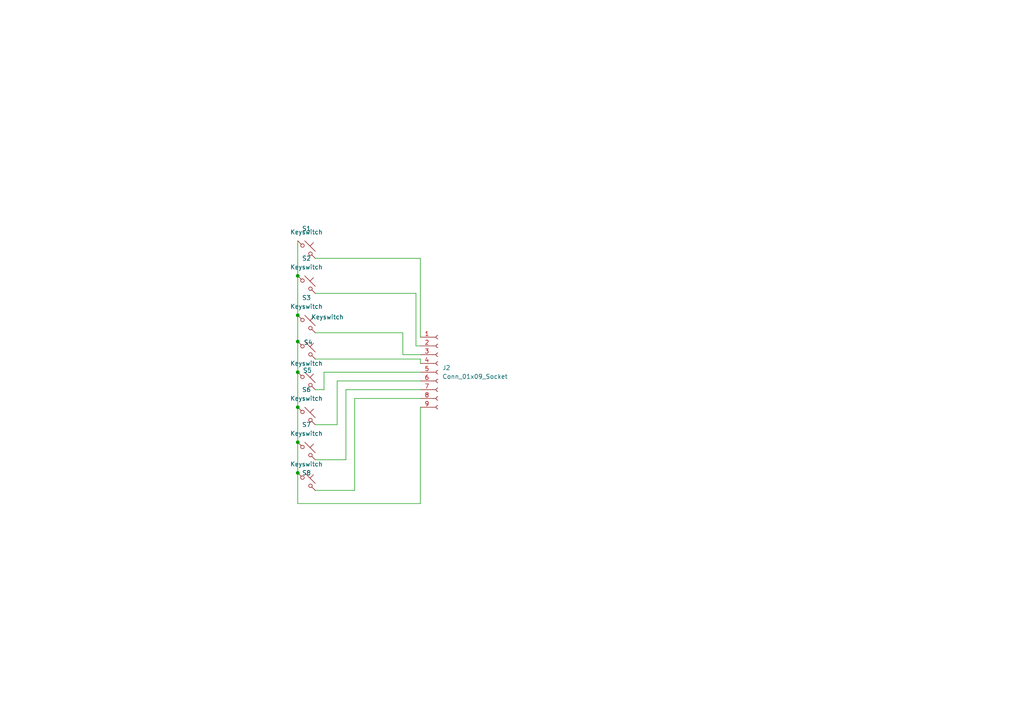
<source format=kicad_sch>
(kicad_sch (version 20250114) (generator "eeschema") (generator_version "9.0")
  (paper "A4")
  (lib_symbols
    (symbol "Connector:Conn_01x09_Socket" (pin_names (offset 1.016) (hide yes))
      (property "Reference" "J" (at 0 12.7 0))
      (property "Value" "Conn_01x09_Socket" (at 0 -12.7 0))
      (symbol "Conn_01x09_Socket_1_1"
        (polyline (pts (xy -1.27 10.16) (xy -0.508 10.16)) (stroke (width 0.1524)))
        (polyline (pts (xy -1.27 7.62) (xy -0.508 7.62)) (stroke (width 0.1524)))
        (polyline (pts (xy -1.27 5.08) (xy -0.508 5.08)) (stroke (width 0.1524)))
        (polyline (pts (xy -1.27 2.54) (xy -0.508 2.54)) (stroke (width 0.1524)))
        (polyline (pts (xy -1.27 0) (xy -0.508 0)) (stroke (width 0.1524)))
        (polyline (pts (xy -1.27 -2.54) (xy -0.508 -2.54)) (stroke (width 0.1524)))
        (polyline (pts (xy -1.27 -5.08) (xy -0.508 -5.08)) (stroke (width 0.1524)))
        (polyline (pts (xy -1.27 -7.62) (xy -0.508 -7.62)) (stroke (width 0.1524)))
        (polyline (pts (xy -1.27 -10.16) (xy -0.508 -10.16)) (stroke (width 0.1524)))
        (arc (start 0 9.652) (mid -0.5058 10.16) (end 0 10.668) (stroke (width 0.1524)))
        (arc (start 0 7.112) (mid -0.5058 7.62) (end 0 8.128) (stroke (width 0.1524)))
        (arc (start 0 4.572) (mid -0.5058 5.08) (end 0 5.588) (stroke (width 0.1524)))
        (arc (start 0 2.032) (mid -0.5058 2.54) (end 0 3.048) (stroke (width 0.1524)))
        (arc (start 0 -0.508) (mid -0.5058 0) (end 0 0.508) (stroke (width 0.1524)))
        (arc (start 0 -3.048) (mid -0.5058 -2.54) (end 0 -2.032) (stroke (width 0.1524)))
        (arc (start 0 -5.588) (mid -0.5058 -5.08) (end 0 -4.572) (stroke (width 0.1524)))
        (arc (start 0 -8.128) (mid -0.5058 -7.62) (end 0 -7.112) (stroke (width 0.1524)))
        (arc (start 0 -10.668) (mid -0.5058 -10.16) (end 0 -9.652) (stroke (width 0.1524)))
        (pin passive line (at -5.08 10.16 0) (length 3.81) (name "Pin_1") (number "1"))
        (pin passive line (at -5.08 7.62 0) (length 3.81) (name "Pin_2") (number "2"))
        (pin passive line (at -5.08 5.08 0) (length 3.81) (name "Pin_3") (number "3"))
        (pin passive line (at -5.08 2.54 0) (length 3.81) (name "Pin_4") (number "4"))
        (pin passive line (at -5.08 0 0) (length 3.81) (name "Pin_5") (number "5"))
        (pin passive line (at -5.08 -2.54 0) (length 3.81) (name "Pin_6") (number "6"))
        (pin passive line (at -5.08 -5.08 0) (length 3.81) (name "Pin_7") (number "7"))
        (pin passive line (at -5.08 -7.62 0) (length 3.81) (name "Pin_8") (number "8"))
        (pin passive line (at -5.08 -10.16 0) (length 3.81) (name "Pin_9") (number "9"))
      )
    )
    (symbol "ScottoKeebs:Placeholder_Keyswitch" (pin_numbers (hide yes)) (pin_names (offset 1.016) (hide yes))
      (property "Reference" "S" (at 3.048 1.016 0))
      (property "Value" "Keyswitch" (at 0 -3.81 0))
      (symbol "Placeholder_Keyswitch_0_1"
        (polyline (pts (xy -2.54 2.54) (xy -1.524 1.524) (xy -1.524 1.524)))
        (circle (center -1.1684 1.1684) (radius 0.508))
        (polyline (pts (xy -0.508 2.54) (xy 2.54 -0.508)))
        (polyline (pts (xy 1.016 1.016) (xy 2.032 2.032)))
        (circle (center 1.143 -1.1938) (radius 0.508))
        (polyline (pts (xy 1.524 -1.524) (xy 2.54 -2.54) (xy 2.54 -2.54) (xy 2.54 -2.54)))
        (pin passive line (at -2.54 2.54 0) (length 0) (name "1") (number "1"))
        (pin passive line (at 2.54 -2.54 180) (length 0) (name "2") (number "2"))
      )
    )
  )
  (junction (at 86.36 137.16))
  (junction (at 86.36 107.95))
  (junction (at 86.36 80.01))
  (junction (at 86.36 128.27))
  (junction (at 86.36 99.06))
  (junction (at 86.36 118.11))
  (junction (at 86.36 91.44))
  (wire (pts (xy 120.65 100.33) (xy 121.92 100.33)))
  (wire (pts (xy 97.79 123.19) (xy 97.79 110.49)))
  (wire (pts (xy 86.36 118.11) (xy 86.36 107.95)))
  (wire (pts (xy 91.44 85.09) (xy 120.65 85.09)))
  (wire (pts (xy 91.44 104.14) (xy 121.92 104.14)))
  (wire (pts (xy 121.92 104.14) (xy 121.92 105.41)))
  (wire (pts (xy 86.36 91.44) (xy 86.36 80.01)))
  (wire (pts (xy 116.84 96.52) (xy 116.84 102.87)))
  (wire (pts (xy 93.98 107.95) (xy 121.92 107.95)))
  (wire (pts (xy 86.36 146.05) (xy 86.36 137.16)))
  (wire (pts (xy 100.33 133.35) (xy 100.33 113.03)))
  (wire (pts (xy 91.44 74.93) (xy 121.92 74.93)))
  (wire (pts (xy 91.44 113.03) (xy 93.98 113.03)))
  (wire (pts (xy 121.92 146.05) (xy 86.36 146.05)))
  (wire (pts (xy 121.92 118.11) (xy 121.92 146.05)))
  (wire (pts (xy 97.79 110.49) (xy 121.92 110.49)))
  (wire (pts (xy 102.87 142.24) (xy 102.87 115.57)))
  (wire (pts (xy 121.92 74.93) (xy 121.92 97.79)))
  (wire (pts (xy 86.36 137.16) (xy 86.36 128.27)))
  (wire (pts (xy 100.33 113.03) (xy 121.92 113.03)))
  (wire (pts (xy 86.36 69.85) (xy 86.36 80.01)))
  (wire (pts (xy 86.36 99.06) (xy 86.36 91.44)))
  (wire (pts (xy 91.44 123.19) (xy 97.79 123.19)))
  (wire (pts (xy 91.44 142.24) (xy 102.87 142.24)))
  (wire (pts (xy 91.44 96.52) (xy 116.84 96.52)))
  (wire (pts (xy 120.65 85.09) (xy 120.65 100.33)))
  (wire (pts (xy 102.87 115.57) (xy 121.92 115.57)))
  (wire (pts (xy 86.36 107.95) (xy 86.36 99.06)))
  (wire (pts (xy 91.44 133.35) (xy 100.33 133.35)))
  (wire (pts (xy 86.36 128.27) (xy 86.36 118.11)))
  (wire (pts (xy 116.84 102.87) (xy 121.92 102.87)))
  (wire (pts (xy 93.98 113.03) (xy 93.98 107.95)))
  (symbol (lib_id "ScottoKeebs:Placeholder_Keyswitch") (at 88.9 120.65 0) (unit 1)
    (property "Reference" "S6" (at 88.9 113.03 0))
    (property "Value" "Keyswitch" (at 88.9 115.57 0))
    (property "Footprint" "PCM_Switch_Keyboard_Hotswap_Kailh:SW_Hotswap_Kailh_MX_1.00u" (effects (hide yes)))
    (property "Description" "Push button switch, normally open, two pins, 45° tilted" (effects (hide yes)))
  )
  (symbol (lib_id "ScottoKeebs:Placeholder_Keyswitch") (at 88.9 82.55 0) (unit 1)
    (property "Reference" "S2" (at 88.9 74.93 0))
    (property "Value" "Keyswitch" (at 88.9 77.47 0))
    (property "Footprint" "PCM_Switch_Keyboard_Hotswap_Kailh:SW_Hotswap_Kailh_MX_1.00u" (effects (hide yes)))
    (property "Description" "Push button switch, normally open, two pins, 45° tilted" (effects (hide yes)))
  )
  (symbol (lib_id "ScottoKeebs:Placeholder_Keyswitch") (at 88.9 101.6 0) (unit 1)
    (property "Reference" "S4" (at 89.408 99.314 0))
    (property "Value" "Keyswitch" (at 94.996 91.948 0))
    (property "Footprint" "PCM_Switch_Keyboard_Hotswap_Kailh:SW_Hotswap_Kailh_MX_1.00u" (effects (hide yes)))
    (property "Description" "Push button switch, normally open, two pins, 45° tilted" (effects (hide yes)))
  )
  (symbol (lib_id "ScottoKeebs:Placeholder_Keyswitch") (at 88.9 72.39 0) (unit 1)
    (property "Reference" "S1" (at 88.9 66.294 0))
    (property "Value" "Keyswitch" (at 88.9 67.31 0))
    (property "Footprint" "PCM_Switch_Keyboard_Hotswap_Kailh:SW_Hotswap_Kailh_MX_1.00u" (effects (hide yes)))
    (property "Description" "Push button switch, normally open, two pins, 45° tilted" (effects (hide yes)))
  )
  (symbol (lib_id "ScottoKeebs:Placeholder_Keyswitch") (at 88.9 130.81 0) (unit 1)
    (property "Reference" "S7" (at 88.9 123.19 0))
    (property "Value" "Keyswitch" (at 88.9 125.73 0))
    (property "Footprint" "PCM_Switch_Keyboard_Hotswap_Kailh:SW_Hotswap_Kailh_MX_1.00u" (effects (hide yes)))
    (property "Description" "Push button switch, normally open, two pins, 45° tilted" (effects (hide yes)))
  )
  (symbol (lib_id "Connector:Conn_01x09_Socket") (at 127 107.95 0) (unit 1)
    (property "Reference" "J2" (at 128.27 106.6799 0) (effects (justify left)))
    (property "Value" "Conn_01x09_Socket" (at 128.27 109.2199 0) (effects (justify left)))
    (property "Footprint" "Connector_PinSocket_1.27mm:PinSocket_1x09_P1.27mm_Vertical" (effects (hide yes)))
    (property "Description" "Generic connector, single row, 01x09, script generated" (effects (hide yes)))
  )
  (symbol (lib_id "ScottoKeebs:Placeholder_Keyswitch") (at 88.9 110.49 0) (unit 1)
    (property "Reference" "S5" (at 89.154 107.442 0))
    (property "Value" "Keyswitch" (at 88.9 105.41 0))
    (property "Footprint" "PCM_Switch_Keyboard_Hotswap_Kailh:SW_Hotswap_Kailh_MX_1.00u" (effects (hide yes)))
    (property "Description" "Push button switch, normally open, two pins, 45° tilted" (effects (hide yes)))
  )
  (symbol (lib_id "ScottoKeebs:Placeholder_Keyswitch") (at 88.9 139.7 0) (unit 1)
    (property "Reference" "S8" (at 88.9 137.16 0))
    (property "Value" "Keyswitch" (at 88.9 134.62 0))
    (property "Footprint" "PCM_Switch_Keyboard_Hotswap_Kailh:SW_Hotswap_Kailh_MX_1.00u" (effects (hide yes)))
    (property "Description" "Push button switch, normally open, two pins, 45° tilted" (effects (hide yes)))
  )
  (symbol (lib_id "ScottoKeebs:Placeholder_Keyswitch") (at 88.9 93.98 0) (unit 1)
    (property "Reference" "S3" (at 88.9 86.36 0))
    (property "Value" "Keyswitch" (at 88.9 88.9 0))
    (property "Footprint" "PCM_Switch_Keyboard_Hotswap_Kailh:SW_Hotswap_Kailh_MX_1.00u" (effects (hide yes)))
    (property "Description" "Push button switch, normally open, two pins, 45° tilted" (effects (hide yes)))
  )
)
</source>
